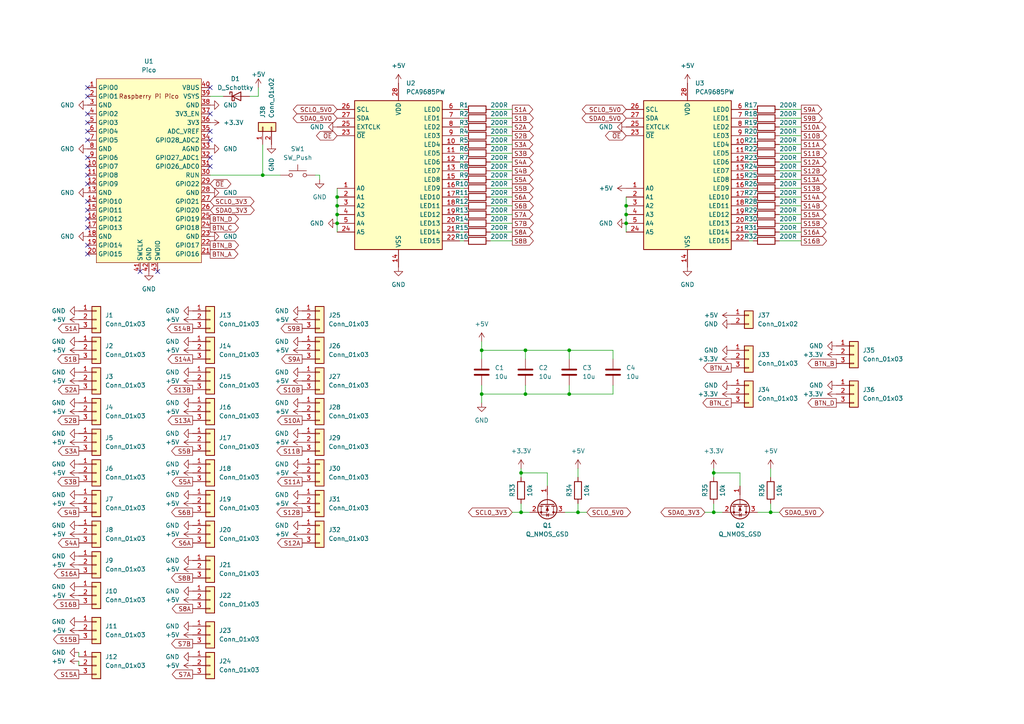
<source format=kicad_sch>
(kicad_sch (version 20250114) (generator "eeschema") (generator_version "9.0")
  (paper "A4")
  (junction (at 139.7 101.6))
  (junction (at 97.79 59.69))
  (junction (at 165.1 114.3))
  (junction (at 152.4 101.6))
  (junction (at 97.79 57.15))
  (junction (at 165.1 101.6))
  (junction (at 167.64 148.59))
  (junction (at 76.2 50.8))
  (junction (at 181.61 64.77))
  (junction (at 207.01 137.16))
  (junction (at 207.01 148.59))
  (junction (at 151.13 148.59))
  (junction (at 223.52 148.59))
  (junction (at 97.79 64.77))
  (junction (at 151.13 137.16))
  (junction (at 97.79 62.23))
  (junction (at 139.7 114.3))
  (junction (at 181.61 59.69))
  (junction (at 152.4 114.3))
  (junction (at 181.61 62.23))
  (no_connect (at 25.4 66.04))
  (no_connect (at 60.96 33.02))
  (no_connect (at 60.96 40.64))
  (no_connect (at 25.4 71.12))
  (no_connect (at 25.4 25.4))
  (no_connect (at 25.4 53.34))
  (no_connect (at 25.4 73.66))
  (no_connect (at 25.4 60.96))
  (no_connect (at 60.96 25.4))
  (no_connect (at 25.4 50.8))
  (no_connect (at 60.96 38.1))
  (no_connect (at 25.4 33.02))
  (no_connect (at 60.96 45.72))
  (no_connect (at 25.4 40.64))
  (no_connect (at 25.4 48.26))
  (no_connect (at 25.4 45.72))
  (no_connect (at 25.4 58.42))
  (no_connect (at 45.72 78.74))
  (no_connect (at 25.4 27.94))
  (no_connect (at 25.4 35.56))
  (no_connect (at 25.4 38.1))
  (no_connect (at 40.64 78.74))
  (no_connect (at 60.96 48.26))
  (no_connect (at 25.4 63.5))
  (wire (pts (xy 22.86 189.23) (xy 22.86 190.5)))
  (wire (pts (xy 218.44 44.45) (xy 217.17 44.45)))
  (wire (pts (xy 97.79 57.15) (xy 97.79 59.69)))
  (wire (pts (xy 232.41 39.37) (xy 226.06 39.37)))
  (wire (pts (xy 232.41 67.31) (xy 226.06 67.31)))
  (wire (pts (xy 92.71 50.8) (xy 91.44 50.8)))
  (wire (pts (xy 139.7 99.06) (xy 139.7 101.6)))
  (wire (pts (xy 152.4 101.6) (xy 139.7 101.6)))
  (wire (pts (xy 60.96 50.8) (xy 76.2 50.8)))
  (wire (pts (xy 218.44 31.75) (xy 217.17 31.75)))
  (wire (pts (xy 207.01 135.89) (xy 207.01 137.16)))
  (wire (pts (xy 218.44 49.53) (xy 217.17 49.53)))
  (wire (pts (xy 218.44 67.31) (xy 217.17 67.31)))
  (wire (pts (xy 151.13 146.05) (xy 151.13 148.59)))
  (wire (pts (xy 148.59 148.59) (xy 151.13 148.59)))
  (wire (pts (xy 232.41 69.85) (xy 226.06 69.85)))
  (wire (pts (xy 148.59 49.53) (xy 142.24 49.53)))
  (wire (pts (xy 219.71 148.59) (xy 223.52 148.59)))
  (wire (pts (xy 158.75 137.16) (xy 151.13 137.16)))
  (wire (pts (xy 134.62 49.53) (xy 133.35 49.53)))
  (wire (pts (xy 151.13 148.59) (xy 153.67 148.59)))
  (wire (pts (xy 218.44 54.61) (xy 217.17 54.61)))
  (wire (pts (xy 223.52 135.89) (xy 223.52 138.43)))
  (wire (pts (xy 232.41 36.83) (xy 226.06 36.83)))
  (wire (pts (xy 139.7 101.6) (xy 139.7 104.14)))
  (wire (pts (xy 218.44 57.15) (xy 217.17 57.15)))
  (wire (pts (xy 148.59 34.29) (xy 142.24 34.29)))
  (wire (pts (xy 74.93 27.94) (xy 72.39 27.94)))
  (wire (pts (xy 139.7 116.84) (xy 139.7 114.3)))
  (wire (pts (xy 97.79 54.61) (xy 97.79 57.15)))
  (wire (pts (xy 148.59 67.31) (xy 142.24 67.31)))
  (wire (pts (xy 134.62 52.07) (xy 133.35 52.07)))
  (wire (pts (xy 204.47 148.59) (xy 207.01 148.59)))
  (wire (pts (xy 232.41 44.45) (xy 226.06 44.45)))
  (wire (pts (xy 232.41 64.77) (xy 226.06 64.77)))
  (wire (pts (xy 134.62 31.75) (xy 133.35 31.75)))
  (wire (pts (xy 151.13 135.89) (xy 151.13 137.16)))
  (wire (pts (xy 218.44 36.83) (xy 217.17 36.83)))
  (wire (pts (xy 134.62 46.99) (xy 133.35 46.99)))
  (wire (pts (xy 134.62 54.61) (xy 133.35 54.61)))
  (wire (pts (xy 177.8 104.14) (xy 177.8 101.6)))
  (wire (pts (xy 181.61 62.23) (xy 181.61 64.77)))
  (wire (pts (xy 97.79 59.69) (xy 97.79 62.23)))
  (wire (pts (xy 134.62 36.83) (xy 133.35 36.83)))
  (wire (pts (xy 232.41 49.53) (xy 226.06 49.53)))
  (wire (pts (xy 134.62 44.45) (xy 133.35 44.45)))
  (wire (pts (xy 152.4 111.76) (xy 152.4 114.3)))
  (wire (pts (xy 148.59 57.15) (xy 142.24 57.15)))
  (wire (pts (xy 148.59 54.61) (xy 142.24 54.61)))
  (wire (pts (xy 148.59 69.85) (xy 142.24 69.85)))
  (wire (pts (xy 207.01 137.16) (xy 207.01 138.43)))
  (wire (pts (xy 207.01 146.05) (xy 207.01 148.59)))
  (wire (pts (xy 22.86 191.77) (xy 22.86 193.04)))
  (wire (pts (xy 181.61 59.69) (xy 181.61 62.23)))
  (wire (pts (xy 232.41 34.29) (xy 226.06 34.29)))
  (wire (pts (xy 177.8 111.76) (xy 177.8 114.3)))
  (wire (pts (xy 148.59 36.83) (xy 142.24 36.83)))
  (wire (pts (xy 134.62 59.69) (xy 133.35 59.69)))
  (wire (pts (xy 148.59 31.75) (xy 142.24 31.75)))
  (wire (pts (xy 152.4 104.14) (xy 152.4 101.6)))
  (wire (pts (xy 148.59 52.07) (xy 142.24 52.07)))
  (wire (pts (xy 165.1 101.6) (xy 152.4 101.6)))
  (wire (pts (xy 134.62 41.91) (xy 133.35 41.91)))
  (wire (pts (xy 134.62 67.31) (xy 133.35 67.31)))
  (wire (pts (xy 223.52 148.59) (xy 226.06 148.59)))
  (wire (pts (xy 232.41 62.23) (xy 226.06 62.23)))
  (wire (pts (xy 76.2 50.8) (xy 81.28 50.8)))
  (wire (pts (xy 148.59 41.91) (xy 142.24 41.91)))
  (wire (pts (xy 163.83 148.59) (xy 167.64 148.59)))
  (wire (pts (xy 97.79 64.77) (xy 97.79 67.31)))
  (wire (pts (xy 232.41 41.91) (xy 226.06 41.91)))
  (wire (pts (xy 181.61 64.77) (xy 181.61 67.31)))
  (wire (pts (xy 134.62 69.85) (xy 133.35 69.85)))
  (wire (pts (xy 139.7 114.3) (xy 139.7 111.76)))
  (wire (pts (xy 134.62 57.15) (xy 133.35 57.15)))
  (wire (pts (xy 232.41 54.61) (xy 226.06 54.61)))
  (wire (pts (xy 218.44 69.85) (xy 217.17 69.85)))
  (wire (pts (xy 218.44 59.69) (xy 217.17 59.69)))
  (wire (pts (xy 223.52 146.05) (xy 223.52 148.59)))
  (wire (pts (xy 218.44 64.77) (xy 217.17 64.77)))
  (wire (pts (xy 167.64 135.89) (xy 167.64 138.43)))
  (wire (pts (xy 134.62 62.23) (xy 133.35 62.23)))
  (wire (pts (xy 92.71 50.8) (xy 92.71 52.07)))
  (wire (pts (xy 148.59 44.45) (xy 142.24 44.45)))
  (wire (pts (xy 148.59 64.77) (xy 142.24 64.77)))
  (wire (pts (xy 232.41 46.99) (xy 226.06 46.99)))
  (wire (pts (xy 76.2 41.91) (xy 76.2 50.8)))
  (wire (pts (xy 148.59 46.99) (xy 142.24 46.99)))
  (wire (pts (xy 134.62 34.29) (xy 133.35 34.29)))
  (wire (pts (xy 151.13 137.16) (xy 151.13 138.43)))
  (wire (pts (xy 134.62 64.77) (xy 133.35 64.77)))
  (wire (pts (xy 218.44 34.29) (xy 217.17 34.29)))
  (wire (pts (xy 74.93 25.4) (xy 74.93 27.94)))
  (wire (pts (xy 232.41 31.75) (xy 226.06 31.75)))
  (wire (pts (xy 148.59 39.37) (xy 142.24 39.37)))
  (wire (pts (xy 167.64 148.59) (xy 170.18 148.59)))
  (wire (pts (xy 232.41 57.15) (xy 226.06 57.15)))
  (wire (pts (xy 181.61 57.15) (xy 181.61 59.69)))
  (wire (pts (xy 167.64 146.05) (xy 167.64 148.59)))
  (wire (pts (xy 134.62 39.37) (xy 133.35 39.37)))
  (wire (pts (xy 218.44 39.37) (xy 217.17 39.37)))
  (wire (pts (xy 158.75 140.97) (xy 158.75 137.16)))
  (wire (pts (xy 232.41 59.69) (xy 226.06 59.69)))
  (wire (pts (xy 165.1 114.3) (xy 177.8 114.3)))
  (wire (pts (xy 214.63 140.97) (xy 214.63 137.16)))
  (wire (pts (xy 218.44 52.07) (xy 217.17 52.07)))
  (wire (pts (xy 148.59 59.69) (xy 142.24 59.69)))
  (wire (pts (xy 232.41 52.07) (xy 226.06 52.07)))
  (wire (pts (xy 214.63 137.16) (xy 207.01 137.16)))
  (wire (pts (xy 64.77 27.94) (xy 60.96 27.94)))
  (wire (pts (xy 218.44 41.91) (xy 217.17 41.91)))
  (wire (pts (xy 165.1 111.76) (xy 165.1 114.3)))
  (wire (pts (xy 165.1 104.14) (xy 165.1 101.6)))
  (wire (pts (xy 218.44 62.23) (xy 217.17 62.23)))
  (wire (pts (xy 218.44 46.99) (xy 217.17 46.99)))
  (wire (pts (xy 177.8 101.6) (xy 165.1 101.6)))
  (wire (pts (xy 139.7 114.3) (xy 152.4 114.3)))
  (wire (pts (xy 97.79 62.23) (xy 97.79 64.77)))
  (wire (pts (xy 207.01 148.59) (xy 209.55 148.59)))
  (wire (pts (xy 148.59 62.23) (xy 142.24 62.23)))
  (wire (pts (xy 152.4 114.3) (xy 165.1 114.3)))
  (global_label "SDA0_3V3" (shape bidirectional) (at 204.47 148.59 180) (property "Intersheetrefs" "${INTERSHEET_REFS}" (effects (hide yes))))
  (global_label "S16A" (shape output) (at 22.86 166.37 180) (property "Intersheetrefs" "${INTERSHEET_REFS}" (effects (hide yes))))
  (global_label "BTN_B" (shape output) (at 60.96 71.12 0) (property "Intersheetrefs" "${INTERSHEET_REFS}" (effects (hide yes))))
  (global_label "S4A" (shape output) (at 22.86 157.48 180) (property "Intersheetrefs" "${INTERSHEET_REFS}" (effects (hide yes))))
  (global_label "S4B" (shape output) (at 148.59 49.53 0) (property "Intersheetrefs" "${INTERSHEET_REFS}" (effects (hide yes))))
  (global_label "S2A" (shape output) (at 22.86 113.03 180) (property "Intersheetrefs" "${INTERSHEET_REFS}" (effects (hide yes))))
  (global_label "S12A" (shape output) (at 232.41 46.99 0) (property "Intersheetrefs" "${INTERSHEET_REFS}" (effects (hide yes))))
  (global_label "~{OE}" (shape bidirectional) (at 181.61 39.37 180) (property "Intersheetrefs" "${INTERSHEET_REFS}" (effects (hide yes))))
  (global_label "SDA0_3V3" (shape bidirectional) (at 60.96 60.96 0) (property "Intersheetrefs" "${INTERSHEET_REFS}" (effects (hide yes))))
  (global_label "S14A" (shape output) (at 55.88 104.14 180) (property "Intersheetrefs" "${INTERSHEET_REFS}" (effects (hide yes))))
  (global_label "S12B" (shape output) (at 232.41 49.53 0) (property "Intersheetrefs" "${INTERSHEET_REFS}" (effects (hide yes))))
  (global_label "S10B" (shape output) (at 87.63 113.03 180) (property "Intersheetrefs" "${INTERSHEET_REFS}" (effects (hide yes))))
  (global_label "SCL0_3V3" (shape bidirectional) (at 60.96 58.42 0) (property "Intersheetrefs" "${INTERSHEET_REFS}" (effects (hide yes))))
  (global_label "S8A" (shape output) (at 148.59 67.31 0) (property "Intersheetrefs" "${INTERSHEET_REFS}" (effects (hide yes))))
  (global_label "S13B" (shape output) (at 232.41 54.61 0) (property "Intersheetrefs" "${INTERSHEET_REFS}" (effects (hide yes))))
  (global_label "S5B" (shape output) (at 148.59 54.61 0) (property "Intersheetrefs" "${INTERSHEET_REFS}" (effects (hide yes))))
  (global_label "S13B" (shape output) (at 55.88 113.03 180) (property "Intersheetrefs" "${INTERSHEET_REFS}" (effects (hide yes))))
  (global_label "S9A" (shape output) (at 87.63 104.14 180) (property "Intersheetrefs" "${INTERSHEET_REFS}" (effects (hide yes))))
  (global_label "S4B" (shape output) (at 22.86 148.59 180) (property "Intersheetrefs" "${INTERSHEET_REFS}" (effects (hide yes))))
  (global_label "SCL0_5V0" (shape bidirectional) (at 181.61 31.75 180) (property "Intersheetrefs" "${INTERSHEET_REFS}" (effects (hide yes))))
  (global_label "S5A" (shape output) (at 55.88 139.7 180) (property "Intersheetrefs" "${INTERSHEET_REFS}" (effects (hide yes))))
  (global_label "S15A" (shape output) (at 22.86 195.58 180) (property "Intersheetrefs" "${INTERSHEET_REFS}" (effects (hide yes))))
  (global_label "S6B" (shape output) (at 55.88 148.59 180) (property "Intersheetrefs" "${INTERSHEET_REFS}" (effects (hide yes))))
  (global_label "S10A" (shape output) (at 232.41 36.83 0) (property "Intersheetrefs" "${INTERSHEET_REFS}" (effects (hide yes))))
  (global_label "S6A" (shape output) (at 55.88 157.48 180) (property "Intersheetrefs" "${INTERSHEET_REFS}" (effects (hide yes))))
  (global_label "BTN_D" (shape output) (at 60.96 63.5 0) (property "Intersheetrefs" "${INTERSHEET_REFS}" (effects (hide yes))))
  (global_label "BTN_C" (shape output) (at 60.96 66.04 0) (property "Intersheetrefs" "${INTERSHEET_REFS}" (effects (hide yes))))
  (global_label "S16A" (shape output) (at 232.41 67.31 0) (property "Intersheetrefs" "${INTERSHEET_REFS}" (effects (hide yes))))
  (global_label "SDA0_5V0" (shape bidirectional) (at 97.79 34.29 180) (property "Intersheetrefs" "${INTERSHEET_REFS}" (effects (hide yes))))
  (global_label "S3A" (shape output) (at 22.86 130.81 180) (property "Intersheetrefs" "${INTERSHEET_REFS}" (effects (hide yes))))
  (global_label "S7B" (shape output) (at 55.88 186.69 180) (property "Intersheetrefs" "${INTERSHEET_REFS}" (effects (hide yes))))
  (global_label "SCL0_3V3" (shape bidirectional) (at 148.59 148.59 180) (property "Intersheetrefs" "${INTERSHEET_REFS}" (effects (hide yes))))
  (global_label "S2B" (shape output) (at 22.86 121.92 180) (property "Intersheetrefs" "${INTERSHEET_REFS}" (effects (hide yes))))
  (global_label "S7A" (shape output) (at 148.59 62.23 0) (property "Intersheetrefs" "${INTERSHEET_REFS}" (effects (hide yes))))
  (global_label "S10B" (shape output) (at 232.41 39.37 0) (property "Intersheetrefs" "${INTERSHEET_REFS}" (effects (hide yes))))
  (global_label "S8B" (shape output) (at 55.88 167.64 180) (property "Intersheetrefs" "${INTERSHEET_REFS}" (effects (hide yes))))
  (global_label "S3A" (shape output) (at 148.59 41.91 0) (property "Intersheetrefs" "${INTERSHEET_REFS}" (effects (hide yes))))
  (global_label "S11B" (shape output) (at 232.41 44.45 0) (property "Intersheetrefs" "${INTERSHEET_REFS}" (effects (hide yes))))
  (global_label "S8A" (shape output) (at 55.88 176.53 180) (property "Intersheetrefs" "${INTERSHEET_REFS}" (effects (hide yes))))
  (global_label "S4A" (shape output) (at 148.59 46.99 0) (property "Intersheetrefs" "${INTERSHEET_REFS}" (effects (hide yes))))
  (global_label "BTN_A" (shape output) (at 212.09 106.68 180) (property "Intersheetrefs" "${INTERSHEET_REFS}" (effects (hide yes))))
  (global_label "S16B" (shape output) (at 232.41 69.85 0) (property "Intersheetrefs" "${INTERSHEET_REFS}" (effects (hide yes))))
  (global_label "S14B" (shape output) (at 55.88 95.25 180) (property "Intersheetrefs" "${INTERSHEET_REFS}" (effects (hide yes))))
  (global_label "~{OE}" (shape bidirectional) (at 60.96 53.34 0) (property "Intersheetrefs" "${INTERSHEET_REFS}" (effects (hide yes))))
  (global_label "BTN_D" (shape output) (at 242.57 116.84 180) (property "Intersheetrefs" "${INTERSHEET_REFS}" (effects (hide yes))))
  (global_label "S16B" (shape output) (at 22.86 175.26 180) (property "Intersheetrefs" "${INTERSHEET_REFS}" (effects (hide yes))))
  (global_label "S6B" (shape output) (at 148.59 59.69 0) (property "Intersheetrefs" "${INTERSHEET_REFS}" (effects (hide yes))))
  (global_label "S11A" (shape output) (at 87.63 139.7 180) (property "Intersheetrefs" "${INTERSHEET_REFS}" (effects (hide yes))))
  (global_label "S13A" (shape output) (at 232.41 52.07 0) (property "Intersheetrefs" "${INTERSHEET_REFS}" (effects (hide yes))))
  (global_label "S12B" (shape output) (at 87.63 148.59 180) (property "Intersheetrefs" "${INTERSHEET_REFS}" (effects (hide yes))))
  (global_label "S2A" (shape output) (at 148.59 36.83 0) (property "Intersheetrefs" "${INTERSHEET_REFS}" (effects (hide yes))))
  (global_label "SCL0_5V0" (shape bidirectional) (at 170.18 148.59 0) (property "Intersheetrefs" "${INTERSHEET_REFS}" (effects (hide yes))))
  (global_label "S3B" (shape output) (at 148.59 44.45 0) (property "Intersheetrefs" "${INTERSHEET_REFS}" (effects (hide yes))))
  (global_label "S12A" (shape output) (at 87.63 157.48 180) (property "Intersheetrefs" "${INTERSHEET_REFS}" (effects (hide yes))))
  (global_label "S7A" (shape output) (at 55.88 195.58 180) (property "Intersheetrefs" "${INTERSHEET_REFS}" (effects (hide yes))))
  (global_label "S10A" (shape output) (at 87.63 121.92 180) (property "Intersheetrefs" "${INTERSHEET_REFS}" (effects (hide yes))))
  (global_label "S9B" (shape output) (at 232.41 34.29 0) (property "Intersheetrefs" "${INTERSHEET_REFS}" (effects (hide yes))))
  (global_label "S5A" (shape output) (at 148.59 52.07 0) (property "Intersheetrefs" "${INTERSHEET_REFS}" (effects (hide yes))))
  (global_label "S1B" (shape output) (at 22.86 104.14 180) (property "Intersheetrefs" "${INTERSHEET_REFS}" (effects (hide yes))))
  (global_label "S9B" (shape output) (at 87.63 95.25 180) (property "Intersheetrefs" "${INTERSHEET_REFS}" (effects (hide yes))))
  (global_label "S5B" (shape output) (at 55.88 130.81 180) (property "Intersheetrefs" "${INTERSHEET_REFS}" (effects (hide yes))))
  (global_label "S3B" (shape output) (at 22.86 139.7 180) (property "Intersheetrefs" "${INTERSHEET_REFS}" (effects (hide yes))))
  (global_label "S7B" (shape output) (at 148.59 64.77 0) (property "Intersheetrefs" "${INTERSHEET_REFS}" (effects (hide yes))))
  (global_label "S11A" (shape output) (at 232.41 41.91 0) (property "Intersheetrefs" "${INTERSHEET_REFS}" (effects (hide yes))))
  (global_label "S1A" (shape output) (at 22.86 95.25 180) (property "Intersheetrefs" "${INTERSHEET_REFS}" (effects (hide yes))))
  (global_label "S1A" (shape output) (at 148.59 31.75 0) (property "Intersheetrefs" "${INTERSHEET_REFS}" (effects (hide yes))))
  (global_label "BTN_B" (shape output) (at 242.57 105.41 180) (property "Intersheetrefs" "${INTERSHEET_REFS}" (effects (hide yes))))
  (global_label "BTN_C" (shape output) (at 212.09 116.84 180) (property "Intersheetrefs" "${INTERSHEET_REFS}" (effects (hide yes))))
  (global_label "S14A" (shape output) (at 232.41 57.15 0) (property "Intersheetrefs" "${INTERSHEET_REFS}" (effects (hide yes))))
  (global_label "S8B" (shape output) (at 148.59 69.85 0) (property "Intersheetrefs" "${INTERSHEET_REFS}" (effects (hide yes))))
  (global_label "S14B" (shape output) (at 232.41 59.69 0) (property "Intersheetrefs" "${INTERSHEET_REFS}" (effects (hide yes))))
  (global_label "S15B" (shape output) (at 22.86 185.42 180) (property "Intersheetrefs" "${INTERSHEET_REFS}" (effects (hide yes))))
  (global_label "SDA0_5V0" (shape bidirectional) (at 226.06 148.59 0) (property "Intersheetrefs" "${INTERSHEET_REFS}" (effects (hide yes))))
  (global_label "SDA0_5V0" (shape bidirectional) (at 181.61 34.29 180) (property "Intersheetrefs" "${INTERSHEET_REFS}" (effects (hide yes))))
  (global_label "S9A" (shape output) (at 232.41 31.75 0) (property "Intersheetrefs" "${INTERSHEET_REFS}" (effects (hide yes))))
  (global_label "S2B" (shape output) (at 148.59 39.37 0) (property "Intersheetrefs" "${INTERSHEET_REFS}" (effects (hide yes))))
  (global_label "SCL0_5V0" (shape bidirectional) (at 97.79 31.75 180) (property "Intersheetrefs" "${INTERSHEET_REFS}" (effects (hide yes))))
  (global_label "~{OE}" (shape bidirectional) (at 97.79 39.37 180) (property "Intersheetrefs" "${INTERSHEET_REFS}" (effects (hide yes))))
  (global_label "BTN_A" (shape output) (at 60.96 73.66 0) (property "Intersheetrefs" "${INTERSHEET_REFS}" (effects (hide yes))))
  (global_label "S1B" (shape output) (at 148.59 34.29 0) (property "Intersheetrefs" "${INTERSHEET_REFS}" (effects (hide yes))))
  (global_label "S13A" (shape output) (at 55.88 121.92 180) (property "Intersheetrefs" "${INTERSHEET_REFS}" (effects (hide yes))))
  (global_label "S15A" (shape output) (at 232.41 62.23 0) (property "Intersheetrefs" "${INTERSHEET_REFS}" (effects (hide yes))))
  (global_label "S6A" (shape output) (at 148.59 57.15 0) (property "Intersheetrefs" "${INTERSHEET_REFS}" (effects (hide yes))))
  (global_label "S11B" (shape output) (at 87.63 130.81 180) (property "Intersheetrefs" "${INTERSHEET_REFS}" (effects (hide yes))))
  (global_label "S15B" (shape output) (at 232.41 64.77 0) (property "Intersheetrefs" "${INTERSHEET_REFS}" (effects (hide yes))))
  (symbol (lib_id "Connector_Generic:Conn_01x03") (at 92.71 101.6 0) (unit 1)
    (property "Reference" "J26" (at 95.25 100.33 0) (effects (justify left)))
    (property "Value" "Conn_01x03" (at 95.25 102.87 0) (effects (justify left)))
    (property "Footprint" "Connector_PinHeader_2.54mm:PinHeader_1x03_P2.54mm_Vertical" (effects (hide yes)))
  )
  (symbol (lib_id "Device:R") (at 138.43 41.91 90) (unit 1)
    (property "Reference" "R5" (at 135.89 40.64 90) (effects (justify left)))
    (property "Value" "200R" (at 144.78 40.64 90))
    (property "Footprint" "Resistor_SMD:R_0603_1608Metric" (effects (hide yes)))
  )
  (symbol (lib_id "power:GND") (at 115.57 77.47 0) (unit 1)
    (property "Reference" "#PWR018" (effects (hide yes)))
    (property "Value" "GND" (at 115.57 82.55 0))
  )
  (symbol (lib_id "power:GND") (at 242.57 111.76 270) (unit 1)
    (property "Reference" "#PWR097" (effects (hide yes)))
    (property "Value" "GND" (at 238.76 111.76 90) (effects (justify right)))
  )
  (symbol (lib_id "Connector_Generic:Conn_01x03") (at 92.71 137.16 0) (unit 1)
    (property "Reference" "J30" (at 95.25 135.89 0) (effects (justify left)))
    (property "Value" "Conn_01x03" (at 95.25 138.43 0) (effects (justify left)))
    (property "Footprint" "Connector_PinHeader_2.54mm:PinHeader_1x03_P2.54mm_Vertical" (effects (hide yes)))
  )
  (symbol (lib_id "Device:R") (at 138.43 64.77 90) (unit 1)
    (property "Reference" "R14" (at 135.89 63.5 90) (effects (justify left)))
    (property "Value" "200R" (at 144.78 63.5 90))
    (property "Footprint" "Resistor_SMD:R_0603_1608Metric" (effects (hide yes)))
  )
  (symbol (lib_id "power:GND") (at 55.88 116.84 270) (unit 1)
    (property "Reference" "#PWR050" (effects (hide yes)))
    (property "Value" "GND" (at 52.07 116.84 90) (effects (justify right)))
  )
  (symbol (lib_id "power:GND") (at 22.86 143.51 270) (unit 1)
    (property "Reference" "#PWR032" (effects (hide yes)))
    (property "Value" "GND" (at 19.05 143.51 90) (effects (justify right)))
  )
  (symbol (lib_id "power:+5V") (at 22.86 128.27 90) (unit 1)
    (property "Reference" "#PWR029" (effects (hide yes)))
    (property "Value" "+5V" (at 19.05 128.27 90) (effects (justify left)))
  )
  (symbol (lib_id "power:GND") (at 22.86 134.62 270) (unit 1)
    (property "Reference" "#PWR030" (effects (hide yes)))
    (property "Value" "GND" (at 19.05 134.62 90) (effects (justify right)))
  )
  (symbol (lib_id "power:GND") (at 55.88 107.95 270) (unit 1)
    (property "Reference" "#PWR048" (effects (hide yes)))
    (property "Value" "GND" (at 52.07 107.95 90) (effects (justify right)))
  )
  (symbol (lib_id "power:+5V") (at 87.63 101.6 90) (unit 1)
    (property "Reference" "#PWR071" (effects (hide yes)))
    (property "Value" "+5V" (at 83.82 101.6 90) (effects (justify left)))
  )
  (symbol (lib_id "Device:R") (at 138.43 52.07 90) (unit 1)
    (property "Reference" "R9" (at 135.89 50.8 90) (effects (justify left)))
    (property "Value" "200R" (at 144.78 50.8 90))
    (property "Footprint" "Resistor_SMD:R_0603_1608Metric" (effects (hide yes)))
  )
  (symbol (lib_id "Device:C") (at 165.1 107.95 0) (unit 1)
    (property "Reference" "C3" (at 168.91 106.68 0) (effects (justify left)))
    (property "Value" "10u" (at 168.91 109.22 0) (effects (justify left)))
    (property "Footprint" "Capacitor_SMD:C_0603_1608Metric" (effects (hide yes)))
  )
  (symbol (lib_id "power:+5V") (at 55.88 146.05 90) (unit 1)
    (property "Reference" "#PWR057" (effects (hide yes)))
    (property "Value" "+5V" (at 52.07 146.05 90) (effects (justify left)))
  )
  (symbol (lib_id "Device:R") (at 138.43 54.61 90) (unit 1)
    (property "Reference" "R10" (at 135.89 53.34 90) (effects (justify left)))
    (property "Value" "200R" (at 144.78 53.34 90))
    (property "Footprint" "Resistor_SMD:R_0603_1608Metric" (effects (hide yes)))
  )
  (symbol (lib_id "power:GND") (at 25.4 55.88 270) (unit 1)
    (property "Reference" "#PWR03" (effects (hide yes)))
    (property "Value" "GND" (at 21.59 55.88 90) (effects (justify right)))
  )
  (symbol (lib_id "Device:R") (at 222.25 49.53 90) (unit 1)
    (property "Reference" "R24" (at 219.71 48.26 90) (effects (justify left)))
    (property "Value" "200R" (at 228.6 48.26 90))
    (property "Footprint" "Resistor_SMD:R_0603_1608Metric" (effects (hide yes)))
  )
  (symbol (lib_id "power:+3.3V") (at 212.09 114.3 90) (unit 1)
    (property "Reference" "#PWR094" (effects (hide yes)))
    (property "Value" "+3.3V" (at 208.28 114.3 90) (effects (justify left)))
  )
  (symbol (lib_id "Device:R") (at 222.25 31.75 90) (unit 1)
    (property "Reference" "R17" (at 219.71 30.48 90) (effects (justify left)))
    (property "Value" "200R" (at 228.6 30.48 90))
    (property "Footprint" "Resistor_SMD:R_0603_1608Metric" (effects (hide yes)))
  )
  (symbol (lib_id "power:+5V") (at 87.63 137.16 90) (unit 1)
    (property "Reference" "#PWR079" (effects (hide yes)))
    (property "Value" "+5V" (at 83.82 137.16 90) (effects (justify left)))
  )
  (symbol (lib_id "power:GND") (at 60.96 55.88 90) (unit 1)
    (property "Reference" "#PWR09" (effects (hide yes)))
    (property "Value" "GND" (at 64.77 55.88 90) (effects (justify right)))
  )
  (symbol (lib_id "Device:R") (at 222.25 36.83 90) (unit 1)
    (property "Reference" "R19" (at 219.71 35.56 90) (effects (justify left)))
    (property "Value" "200R" (at 228.6 35.56 90))
    (property "Footprint" "Resistor_SMD:R_0603_1608Metric" (effects (hide yes)))
  )
  (symbol (lib_id "Connector_Generic:Conn_01x03") (at 60.96 146.05 0) (unit 1)
    (property "Reference" "J19" (at 63.5 144.78 0) (effects (justify left)))
    (property "Value" "Conn_01x03" (at 63.5 147.32 0) (effects (justify left)))
    (property "Footprint" "Connector_PinHeader_2.54mm:PinHeader_1x03_P2.54mm_Vertical" (effects (hide yes)))
  )
  (symbol (lib_id "Device:R") (at 207.01 142.24 180) (unit 1)
    (property "Reference" "R35" (at 204.47 142.24 90))
    (property "Value" "10k" (at 209.55 142.24 90))
    (property "Footprint" "Resistor_SMD:R_0603_1608Metric" (effects (hide yes)))
  )
  (symbol (lib_id "power:GND") (at 87.63 134.62 270) (unit 1)
    (property "Reference" "#PWR078" (effects (hide yes)))
    (property "Value" "GND" (at 83.82 134.62 90) (effects (justify right)))
  )
  (symbol (lib_id "power:+5V") (at 55.88 193.04 90) (unit 1)
    (property "Reference" "#PWR067" (effects (hide yes)))
    (property "Value" "+5V" (at 52.07 193.04 90) (effects (justify left)))
  )
  (symbol (lib_id "Connector_Generic:Conn_01x03") (at 27.94 146.05 0) (unit 1)
    (property "Reference" "J7" (at 30.48 144.78 0) (effects (justify left)))
    (property "Value" "Conn_01x03" (at 30.48 147.32 0) (effects (justify left)))
    (property "Footprint" "Connector_PinHeader_2.54mm:PinHeader_1x03_P2.54mm_Vertical" (effects (hide yes)))
  )
  (symbol (lib_id "Connector_Generic:Conn_01x03") (at 27.94 110.49 0) (unit 1)
    (property "Reference" "J3" (at 30.48 109.22 0) (effects (justify left)))
    (property "Value" "Conn_01x03" (at 30.48 111.76 0) (effects (justify left)))
    (property "Footprint" "Connector_PinHeader_2.54mm:PinHeader_1x03_P2.54mm_Vertical" (effects (hide yes)))
  )
  (symbol (lib_id "power:GND") (at 78.74 41.91 0) (unit 1)
    (property "Reference" "#PWR0102" (effects (hide yes)))
    (property "Value" "GND" (at 78.74 45.72 90) (effects (justify right)))
  )
  (symbol (lib_id "Connector_Generic:Conn_01x03") (at 60.96 184.15 0) (unit 1)
    (property "Reference" "J23" (at 63.5 182.88 0) (effects (justify left)))
    (property "Value" "Conn_01x03" (at 63.5 185.42 0) (effects (justify left)))
    (property "Footprint" "Connector_PinHeader_2.54mm:PinHeader_1x03_P2.54mm_Vertical" (effects (hide yes)))
  )
  (symbol (lib_id "power:+5V") (at 87.63 119.38 90) (unit 1)
    (property "Reference" "#PWR075" (effects (hide yes)))
    (property "Value" "+5V" (at 83.82 119.38 90) (effects (justify left)))
  )
  (symbol (lib_id "power:GND") (at 25.4 43.18 270) (unit 1)
    (property "Reference" "#PWR02" (effects (hide yes)))
    (property "Value" "GND" (at 21.59 43.18 90) (effects (justify right)))
  )
  (symbol (lib_id "power:+3.3V") (at 242.57 102.87 90) (unit 1)
    (property "Reference" "#PWR096" (effects (hide yes)))
    (property "Value" "+3.3V" (at 238.76 102.87 90) (effects (justify left)))
  )
  (symbol (lib_id "Connector_Generic:Conn_01x03") (at 60.96 119.38 0) (unit 1)
    (property "Reference" "J16" (at 63.5 118.11 0) (effects (justify left)))
    (property "Value" "Conn_01x03" (at 63.5 120.65 0) (effects (justify left)))
    (property "Footprint" "Connector_PinHeader_2.54mm:PinHeader_1x03_P2.54mm_Vertical" (effects (hide yes)))
  )
  (symbol (lib_id "Device:R") (at 138.43 69.85 90) (unit 1)
    (property "Reference" "R16" (at 135.89 68.58 90) (effects (justify left)))
    (property "Value" "200R" (at 144.78 68.58 90))
    (property "Footprint" "Resistor_SMD:R_0603_1608Metric" (effects (hide yes)))
  )
  (symbol (lib_id "Device:R") (at 138.43 46.99 90) (unit 1)
    (property "Reference" "R7" (at 135.89 45.72 90) (effects (justify left)))
    (property "Value" "200R" (at 144.78 45.72 90))
    (property "Footprint" "Resistor_SMD:R_0603_1608Metric" (effects (hide yes)))
  )
  (symbol (lib_id "Device:Q_NMOS_GSD") (at 158.75 146.05 270) (unit 1)
    (property "Reference" "Q1" (at 158.75 152.4 90))
    (property "Value" "Q_NMOS_GSD" (at 158.75 154.94 90))
    (property "Footprint" "Package_TO_SOT_SMD:SOT-23-3" (effects (hide yes)))
  )
  (symbol (lib_id "Device:R") (at 138.43 44.45 90) (unit 1)
    (property "Reference" "R6" (at 135.89 43.18 90) (effects (justify left)))
    (property "Value" "200R" (at 144.78 43.18 90))
    (property "Footprint" "Resistor_SMD:R_0603_1608Metric" (effects (hide yes)))
  )
  (symbol (lib_id "power:GND") (at 60.96 68.58 90) (unit 1)
    (property "Reference" "#PWR010" (effects (hide yes)))
    (property "Value" "GND" (at 64.77 68.58 90) (effects (justify right)))
  )
  (symbol (lib_id "Device:R") (at 222.25 46.99 90) (unit 1)
    (property "Reference" "R23" (at 219.71 45.72 90) (effects (justify left)))
    (property "Value" "200R" (at 228.6 45.72 90))
    (property "Footprint" "Resistor_SMD:R_0603_1608Metric" (effects (hide yes)))
  )
  (symbol (lib_id "Driver_LED:PCA9685PW") (at 115.57 49.53 0) (unit 1)
    (property "Reference" "U2" (at 117.7641 24.13 0) (effects (justify left)))
    (property "Value" "PCA9685PW" (at 117.7641 26.67 0) (effects (justify left)))
    (property "Footprint" "Package_SO:TSSOP-28_4.4x9.7mm_P0.65mm" (effects (hide yes)))
    (property "Datasheet" "http://www.nxp.com/docs/en/data-sheet/PCA9685.pdf" (effects (hide yes)))
  )
  (symbol (lib_id "power:+3.3V") (at 242.57 114.3 90) (unit 1)
    (property "Reference" "#PWR098" (effects (hide yes)))
    (property "Value" "+3.3V" (at 238.76 114.3 90) (effects (justify left)))
  )
  (symbol (lib_id "Connector_Generic:Conn_01x03") (at 92.71 128.27 0) (unit 1)
    (property "Reference" "J29" (at 95.25 127 0) (effects (justify left)))
    (property "Value" "Conn_01x03" (at 95.25 129.54 0) (effects (justify left)))
    (property "Footprint" "Connector_PinHeader_2.54mm:PinHeader_1x03_P2.54mm_Vertical" (effects (hide yes)))
  )
  (symbol (lib_id "Device:R") (at 151.13 142.24 180) (unit 1)
    (property "Reference" "R33" (at 148.59 142.24 90))
    (property "Value" "10k" (at 153.67 142.24 90))
    (property "Footprint" "Resistor_SMD:R_0603_1608Metric" (effects (hide yes)))
  )
  (symbol (lib_id "power:+5V") (at 55.88 154.94 90) (unit 1)
    (property "Reference" "#PWR059" (effects (hide yes)))
    (property "Value" "+5V" (at 52.07 154.94 90) (effects (justify left)))
  )
  (symbol (lib_id "power:+5V") (at 199.39 24.13 0) (unit 1)
    (property "Reference" "#PWR022" (effects (hide yes)))
    (property "Value" "+5V" (at 199.39 19.05 0))
  )
  (symbol (lib_id "power:+5V") (at 87.63 128.27 90) (unit 1)
    (property "Reference" "#PWR077" (effects (hide yes)))
    (property "Value" "+5V" (at 83.82 128.27 90) (effects (justify left)))
  )
  (symbol (lib_id "power:+5V") (at 87.63 110.49 90) (unit 1)
    (property "Reference" "#PWR073" (effects (hide yes)))
    (property "Value" "+5V" (at 83.82 110.49 90) (effects (justify left)))
  )
  (symbol (lib_id "power:+5V") (at 139.7 99.06 0) (unit 1)
    (property "Reference" "#PWR085" (effects (hide yes)))
    (property "Value" "+5V" (at 139.7 93.98 0))
  )
  (symbol (lib_id "Device:R") (at 138.43 67.31 90) (unit 1)
    (property "Reference" "R15" (at 135.89 66.04 90) (effects (justify left)))
    (property "Value" "200R" (at 144.78 66.04 90))
    (property "Footprint" "Resistor_SMD:R_0603_1608Metric" (effects (hide yes)))
  )
  (symbol (lib_id "Connector_Generic:Conn_01x02") (at 76.2 36.83 90) (unit 1)
    (property "Reference" "J38" (at 76.2 34.29 0) (effects (justify left)))
    (property "Value" "Conn_01x02" (at 78.74 34.29 0) (effects (justify left)))
    (property "Footprint" "Connector_PinHeader_2.54mm:PinHeader_1x02_P2.54mm_Vertical" (effects (hide yes)))
  )
  (symbol (lib_id "power:GND") (at 55.88 143.51 270) (unit 1)
    (property "Reference" "#PWR056" (effects (hide yes)))
    (property "Value" "GND" (at 52.07 143.51 90) (effects (justify right)))
  )
  (symbol (lib_id "power:GND") (at 87.63 99.06 270) (unit 1)
    (property "Reference" "#PWR070" (effects (hide yes)))
    (property "Value" "GND" (at 83.82 99.06 90) (effects (justify right)))
  )
  (symbol (lib_id "power:+5V") (at 167.64 135.89 0) (unit 1)
    (property "Reference" "#PWR087" (effects (hide yes)))
    (property "Value" "+5V" (at 167.64 130.81 0))
  )
  (symbol (lib_id "Connector_Generic:Conn_01x03") (at 27.94 101.6 0) (unit 1)
    (property "Reference" "J2" (at 30.48 100.33 0) (effects (justify left)))
    (property "Value" "Conn_01x03" (at 30.48 102.87 0) (effects (justify left)))
    (property "Footprint" "Connector_PinHeader_2.54mm:PinHeader_1x03_P2.54mm_Vertical" (effects (hide yes)))
  )
  (symbol (lib_id "power:+5V") (at 55.88 92.71 90) (unit 1)
    (property "Reference" "#PWR045" (effects (hide yes)))
    (property "Value" "+5V" (at 52.07 92.71 90) (effects (justify left)))
  )
  (symbol (lib_id "power:+3.3V") (at 151.13 135.89 0) (unit 1)
    (property "Reference" "#PWR086" (effects (hide yes)))
    (property "Value" "+3.3V" (at 151.13 130.81 0))
  )
  (symbol (lib_id "power:+5V") (at 22.86 101.6 90) (unit 1)
    (property "Reference" "#PWR014" (effects (hide yes)))
    (property "Value" "+5V" (at 19.05 101.6 90) (effects (justify left)))
  )
  (symbol (lib_id "power:GND") (at 212.09 101.6 270) (unit 1)
    (property "Reference" "#PWR0101" (effects (hide yes)))
    (property "Value" "GND" (at 208.28 101.6 90) (effects (justify right)))
  )
  (symbol (lib_id "Connector_Generic:Conn_01x03") (at 60.96 101.6 0) (unit 1)
    (property "Reference" "J14" (at 63.5 100.33 0) (effects (justify left)))
    (property "Value" "Conn_01x03" (at 63.5 102.87 0) (effects (justify left)))
    (property "Footprint" "Connector_PinHeader_2.54mm:PinHeader_1x03_P2.54mm_Vertical" (effects (hide yes)))
  )
  (symbol (lib_id "power:+5V") (at 223.52 135.89 0) (unit 1)
    (property "Reference" "#PWR090" (effects (hide yes)))
    (property "Value" "+5V" (at 223.52 130.81 0))
  )
  (symbol (lib_id "Device:R") (at 222.25 67.31 90) (unit 1)
    (property "Reference" "R31" (at 219.71 66.04 90) (effects (justify left)))
    (property "Value" "200R" (at 228.6 66.04 90))
    (property "Footprint" "Resistor_SMD:R_0603_1608Metric" (effects (hide yes)))
  )
  (symbol (lib_id "power:GND") (at 60.96 30.48 90) (unit 1)
    (property "Reference" "#PWR07" (effects (hide yes)))
    (property "Value" "GND" (at 64.77 30.48 90) (effects (justify right)))
  )
  (symbol (lib_id "power:GND") (at 22.86 152.4 270) (unit 1)
    (property "Reference" "#PWR034" (effects (hide yes)))
    (property "Value" "GND" (at 19.05 152.4 90) (effects (justify right)))
  )
  (symbol (lib_id "Connector_Generic:Conn_01x03") (at 27.94 119.38 0) (unit 1)
    (property "Reference" "J4" (at 30.48 118.11 0) (effects (justify left)))
    (property "Value" "Conn_01x03" (at 30.48 120.65 0) (effects (justify left)))
    (property "Footprint" "Connector_PinHeader_2.54mm:PinHeader_1x03_P2.54mm_Vertical" (effects (hide yes)))
  )
  (symbol (lib_id "power:+5V") (at 22.86 182.88 90) (unit 1)
    (property "Reference" "#PWR041" (effects (hide yes)))
    (property "Value" "+5V" (at 19.05 182.88 90) (effects (justify left)))
  )
  (symbol (lib_id "power:GND") (at 43.18 78.74 0) (unit 1)
    (property "Reference" "#PWR05" (effects (hide yes)))
    (property "Value" "GND" (at 43.18 83.82 0))
  )
  (symbol (lib_id "power:+5V") (at 22.86 191.77 90) (unit 1)
    (property "Reference" "#PWR043" (effects (hide yes)))
    (property "Value" "+5V" (at 19.05 191.77 90) (effects (justify left)))
  )
  (symbol (lib_id "power:+5V") (at 55.88 184.15 90) (unit 1)
    (property "Reference" "#PWR065" (effects (hide yes)))
    (property "Value" "+5V" (at 52.07 184.15 90) (effects (justify left)))
  )
  (symbol (lib_id "Device:R") (at 222.25 62.23 90) (unit 1)
    (property "Reference" "R29" (at 219.71 60.96 90) (effects (justify left)))
    (property "Value" "200R" (at 228.6 60.96 90))
    (property "Footprint" "Resistor_SMD:R_0603_1608Metric" (effects (hide yes)))
  )
  (symbol (lib_id "power:+5V") (at 181.61 54.61 90) (unit 1)
    (property "Reference" "#PWR020" (effects (hide yes)))
    (property "Value" "+5V" (at 177.8 54.61 90) (effects (justify left)))
  )
  (symbol (lib_id "Device:C") (at 177.8 107.95 0) (unit 1)
    (property "Reference" "C4" (at 181.61 106.68 0) (effects (justify left)))
    (property "Value" "10u" (at 181.61 109.22 0) (effects (justify left)))
    (property "Footprint" "Capacitor_SMD:C_0603_1608Metric" (effects (hide yes)))
  )
  (symbol (lib_id "power:GND") (at 22.86 180.34 270) (unit 1)
    (property "Reference" "#PWR040" (effects (hide yes)))
    (property "Value" "GND" (at 19.05 180.34 90) (effects (justify right)))
  )
  (symbol (lib_id "power:GND") (at 55.88 181.61 270) (unit 1)
    (property "Reference" "#PWR064" (effects (hide yes)))
    (property "Value" "GND" (at 52.07 181.61 90) (effects (justify right)))
  )
  (symbol (lib_id "power:+5V") (at 55.88 101.6 90) (unit 1)
    (property "Reference" "#PWR047" (effects (hide yes)))
    (property "Value" "+5V" (at 52.07 101.6 90) (effects (justify left)))
  )
  (symbol (lib_id "power:GND") (at 25.4 30.48 270) (unit 1)
    (property "Reference" "#PWR01" (effects (hide yes)))
    (property "Value" "GND" (at 21.59 30.48 90) (effects (justify right)))
  )
  (symbol (lib_id "Device:D_Schottky") (at 68.58 27.94 0) (unit 1)
    (property "Reference" "D1" (at 68.2625 22.86 0))
    (property "Value" "D_Schottky" (at 68.2625 25.4 0))
    (property "Footprint" "Diode_SMD:D_SOD-323_HandSoldering" (effects (hide yes)))
  )
  (symbol (lib_id "Device:R") (at 138.43 49.53 90) (unit 1)
    (property "Reference" "R8" (at 135.89 48.26 90) (effects (justify left)))
    (property "Value" "200R" (at 144.78 48.26 90))
    (property "Footprint" "Resistor_SMD:R_0603_1608Metric" (effects (hide yes)))
  )
  (symbol (lib_id "Device:C") (at 152.4 107.95 0) (unit 1)
    (property "Reference" "C2" (at 156.21 106.68 0) (effects (justify left)))
    (property "Value" "10u" (at 156.21 109.22 0) (effects (justify left)))
    (property "Footprint" "Capacitor_SMD:C_0603_1608Metric" (effects (hide yes)))
  )
  (symbol (lib_id "power:+5V") (at 22.86 163.83 90) (unit 1)
    (property "Reference" "#PWR037" (effects (hide yes)))
    (property "Value" "+5V" (at 19.05 163.83 90) (effects (justify left)))
  )
  (symbol (lib_id "Connector_Generic:Conn_01x03") (at 247.65 102.87 0) (unit 1)
    (property "Reference" "J35" (at 250.19 101.6 0) (effects (justify left)))
    (property "Value" "Conn_01x03" (at 250.19 104.14 0) (effects (justify left)))
    (property "Footprint" "Connector_PinHeader_2.54mm:PinHeader_1x03_P2.54mm_Vertical" (effects (hide yes)))
  )
  (symbol (lib_id "power:+5V") (at 115.57 24.13 0) (unit 1)
    (property "Reference" "#PWR017" (effects (hide yes)))
    (property "Value" "+5V" (at 115.57 19.05 0))
  )
  (symbol (lib_id "power:GND") (at 87.63 152.4 270) (unit 1)
    (property "Reference" "#PWR082" (effects (hide yes)))
    (property "Value" "GND" (at 83.82 152.4 90) (effects (justify right)))
  )
  (symbol (lib_id "power:+5V") (at 22.86 146.05 90) (unit 1)
    (property "Reference" "#PWR033" (effects (hide yes)))
    (property "Value" "+5V" (at 19.05 146.05 90) (effects (justify left)))
  )
  (symbol (lib_id "Connector_Generic:Conn_01x03") (at 92.71 154.94 0) (unit 1)
    (property "Reference" "J32" (at 95.25 153.67 0) (effects (justify left)))
    (property "Value" "Conn_01x03" (at 95.25 156.21 0) (effects (justify left)))
    (property "Footprint" "Connector_PinHeader_2.54mm:PinHeader_1x03_P2.54mm_Vertical" (effects (hide yes)))
  )
  (symbol (lib_id "Connector_Generic:Conn_01x03") (at 60.96 165.1 0) (unit 1)
    (property "Reference" "J21" (at 63.5 163.83 0) (effects (justify left)))
    (property "Value" "Conn_01x03" (at 63.5 166.37 0) (effects (justify left)))
    (property "Footprint" "Connector_PinHeader_2.54mm:PinHeader_1x03_P2.54mm_Vertical" (effects (hide yes)))
  )
  (symbol (lib_id "Device:Q_NMOS_GSD") (at 214.63 146.05 270) (unit 1)
    (property "Reference" "Q2" (at 214.63 152.4 90))
    (property "Value" "Q_NMOS_GSD" (at 214.63 154.94 90))
    (property "Footprint" "Package_TO_SOT_SMD:SOT-23-3" (effects (hide yes)))
  )
  (symbol (lib_id "power:GND") (at 22.86 189.23 270) (unit 1)
    (property "Reference" "#PWR042" (effects (hide yes)))
    (property "Value" "GND" (at 19.05 189.23 90) (effects (justify right)))
  )
  (symbol (lib_id "power:+5V") (at 55.88 110.49 90) (unit 1)
    (property "Reference" "#PWR049" (effects (hide yes)))
    (property "Value" "+5V" (at 52.07 110.49 90) (effects (justify left)))
  )
  (symbol (lib_id "power:+5V") (at 55.88 165.1 90) (unit 1)
    (property "Reference" "#PWR061" (effects (hide yes)))
    (property "Value" "+5V" (at 52.07 165.1 90) (effects (justify left)))
  )
  (symbol (lib_id "power:GND") (at 87.63 125.73 270) (unit 1)
    (property "Reference" "#PWR076" (effects (hide yes)))
    (property "Value" "GND" (at 83.82 125.73 90) (effects (justify right)))
  )
  (symbol (lib_id "Connector_Generic:Conn_01x02") (at 217.17 91.44 0) (unit 1)
    (property "Reference" "J37" (at 219.71 91.44 0) (effects (justify left)))
    (property "Value" "Conn_01x02" (at 219.71 93.98 0) (effects (justify left)))
    (property "Footprint" "Connector_AMASS:AMASS_XT60PW-M_1x02_P7.20mm_Horizontal" (effects (hide yes)))
  )
  (symbol (lib_id "Connector_Generic:Conn_01x03") (at 60.96 193.04 0) (unit 1)
    (property "Reference" "J24" (at 63.5 191.77 0) (effects (justify left)))
    (property "Value" "Conn_01x03" (at 63.5 194.31 0) (effects (justify left)))
    (property "Footprint" "Connector_PinHeader_2.54mm:PinHeader_1x03_P2.54mm_Vertical" (effects (hide yes)))
  )
  (symbol (lib_id "power:GND") (at 242.57 100.33 270) (unit 1)
    (property "Reference" "#PWR095" (effects (hide yes)))
    (property "Value" "GND" (at 238.76 100.33 90) (effects (justify right)))
  )
  (symbol (lib_id "power:GND") (at 22.86 170.18 270) (unit 1)
    (property "Reference" "#PWR038" (effects (hide yes)))
    (property "Value" "GND" (at 19.05 170.18 90) (effects (justify right)))
  )
  (symbol (lib_id "Connector_Generic:Conn_01x03") (at 27.94 193.04 0) (unit 1)
    (property "Reference" "J12" (at 30.48 190.5 0) (effects (justify left)))
    (property "Value" "Conn_01x03" (at 30.48 193.04 0) (effects (justify left)))
    (property "Footprint" "Connector_PinHeader_2.54mm:PinHeader_1x03_P2.54mm_Vertical" (effects (hide yes)))
  )
  (symbol (lib_id "Device:R") (at 222.25 44.45 90) (unit 1)
    (property "Reference" "R22" (at 219.71 43.18 90) (effects (justify left)))
    (property "Value" "200R" (at 228.6 43.18 90))
    (property "Footprint" "Resistor_SMD:R_0603_1608Metric" (effects (hide yes)))
  )
  (symbol (lib_id "power:GND") (at 139.7 116.84 0) (unit 1)
    (property "Reference" "#PWR084" (effects (hide yes)))
    (property "Value" "GND" (at 139.7 121.92 0))
  )
  (symbol (lib_id "power:GND") (at 55.88 90.17 270) (unit 1)
    (property "Reference" "#PWR044" (effects (hide yes)))
    (property "Value" "GND" (at 52.07 90.17 90) (effects (justify right)))
  )
  (symbol (lib_id "power:+5V") (at 55.88 137.16 90) (unit 1)
    (property "Reference" "#PWR055" (effects (hide yes)))
    (property "Value" "+5V" (at 52.07 137.16 90) (effects (justify left)))
  )
  (symbol (lib_id "Device:R") (at 222.25 52.07 90) (unit 1)
    (property "Reference" "R25" (at 219.71 50.8 90) (effects (justify left)))
    (property "Value" "200R" (at 228.6 50.8 90))
    (property "Footprint" "Resistor_SMD:R_0603_1608Metric" (effects (hide yes)))
  )
  (symbol (lib_id "Connector_Generic:Conn_01x03") (at 60.96 173.99 0) (unit 1)
    (property "Reference" "J22" (at 63.5 172.72 0) (effects (justify left)))
    (property "Value" "Conn_01x03" (at 63.5 175.26 0) (effects (justify left)))
    (property "Footprint" "Connector_PinHeader_2.54mm:PinHeader_1x03_P2.54mm_Vertical" (effects (hide yes)))
  )
  (symbol (lib_id "Device:R") (at 138.43 59.69 90) (unit 1)
    (property "Reference" "R12" (at 135.89 58.42 90) (effects (justify left)))
    (property "Value" "200R" (at 144.78 58.42 90))
    (property "Footprint" "Resistor_SMD:R_0603_1608Metric" (effects (hide yes)))
  )
  (symbol (lib_id "power:GND") (at 22.86 90.17 270) (unit 1)
    (property "Reference" "#PWR011" (effects (hide yes)))
    (property "Value" "GND" (at 19.05 90.17 90) (effects (justify right)))
  )
  (symbol (lib_id "Device:R") (at 222.25 39.37 90) (unit 1)
    (property "Reference" "R20" (at 219.71 38.1 90) (effects (justify left)))
    (property "Value" "200R" (at 228.6 38.1 90))
    (property "Footprint" "Resistor_SMD:R_0603_1608Metric" (effects (hide yes)))
  )
  (symbol (lib_id "power:+5V") (at 55.88 119.38 90) (unit 1)
    (property "Reference" "#PWR051" (effects (hide yes)))
    (property "Value" "+5V" (at 52.07 119.38 90) (effects (justify left)))
  )
  (symbol (lib_id "Driver_LED:PCA9685PW") (at 199.39 49.53 0) (unit 1)
    (property "Reference" "U3" (at 201.5841 24.13 0) (effects (justify left)))
    (property "Value" "PCA9685PW" (at 201.5841 26.67 0) (effects (justify left)))
    (property "Footprint" "Package_SO:TSSOP-28_4.4x9.7mm_P0.65mm" (effects (hide yes)))
    (property "Datasheet" "http://www.nxp.com/docs/en/data-sheet/PCA9685.pdf" (effects (hide yes)))
  )
  (symbol (lib_id "power:GND") (at 97.79 36.83 270) (unit 1)
    (property "Reference" "#PWR015" (effects (hide yes)))
    (property "Value" "GND" (at 93.98 36.83 90) (effects (justify right)))
  )
  (symbol (lib_id "Connector_Generic:Conn_01x03") (at 60.96 128.27 0) (unit 1)
    (property "Reference" "J17" (at 63.5 127 0) (effects (justify left)))
    (property "Value" "Conn_01x03" (at 63.5 129.54 0) (effects (justify left)))
    (property "Footprint" "Connector_PinHeader_2.54mm:PinHeader_1x03_P2.54mm_Vertical" (effects (hide yes)))
  )
  (symbol (lib_id "Connector_Generic:Conn_01x03") (at 247.65 114.3 0) (unit 1)
    (property "Reference" "J36" (at 250.19 113.03 0) (effects (justify left)))
    (property "Value" "Conn_01x03" (at 250.19 115.57 0) (effects (justify left)))
    (property "Footprint" "Connector_PinHeader_2.54mm:PinHeader_1x03_P2.54mm_Vertical" (effects (hide yes)))
  )
  (symbol (lib_id "Connector_Generic:Conn_01x03") (at 92.71 119.38 0) (unit 1)
    (property "Reference" "J28" (at 95.25 118.11 0) (effects (justify left)))
    (property "Value" "Conn_01x03" (at 95.25 120.65 0) (effects (justify left)))
    (property "Footprint" "Connector_PinHeader_2.54mm:PinHeader_1x03_P2.54mm_Vertical" (effects (hide yes)))
  )
  (symbol (lib_id "power:+5V") (at 22.86 119.38 90) (unit 1)
    (property "Reference" "#PWR027" (effects (hide yes)))
    (property "Value" "+5V" (at 19.05 119.38 90) (effects (justify left)))
  )
  (symbol (lib_id "Device:R") (at 222.25 41.91 90) (unit 1)
    (property "Reference" "R21" (at 219.71 40.64 90) (effects (justify left)))
    (property "Value" "200R" (at 228.6 40.64 90))
    (property "Footprint" "Resistor_SMD:R_0603_1608Metric" (effects (hide yes)))
  )
  (symbol (lib_id "Device:R") (at 138.43 31.75 90) (unit 1)
    (property "Reference" "R1" (at 135.89 30.48 90) (effects (justify left)))
    (property "Value" "200R" (at 144.78 30.48 90))
    (property "Footprint" "Resistor_SMD:R_0603_1608Metric" (effects (hide yes)))
  )
  (symbol (lib_id "Device:R") (at 222.25 59.69 90) (unit 1)
    (property "Reference" "R28" (at 219.71 58.42 90) (effects (justify left)))
    (property "Value" "200R" (at 228.6 58.42 90))
    (property "Footprint" "Resistor_SMD:R_0603_1608Metric" (effects (hide yes)))
  )
  (symbol (lib_id "power:GND") (at 199.39 77.47 0) (unit 1)
    (property "Reference" "#PWR023" (effects (hide yes)))
    (property "Value" "GND" (at 199.39 82.55 0))
  )
  (symbol (lib_id "Device:R") (at 222.25 54.61 90) (unit 1)
    (property "Reference" "R26" (at 219.71 53.34 90) (effects (justify left)))
    (property "Value" "200R" (at 228.6 53.34 90))
    (property "Footprint" "Resistor_SMD:R_0603_1608Metric" (effects (hide yes)))
  )
  (symbol (lib_id "power:GND") (at 22.86 161.29 270) (unit 1)
    (property "Reference" "#PWR036" (effects (hide yes)))
    (property "Value" "GND" (at 19.05 161.29 90) (effects (justify right)))
  )
  (symbol (lib_id "power:+5V") (at 87.63 92.71 90) (unit 1)
    (property "Reference" "#PWR069" (effects (hide yes)))
    (property "Value" "+5V" (at 83.82 92.71 90) (effects (justify left)))
  )
  (symbol (lib_id "power:GND") (at 181.61 36.83 270) (unit 1)
    (property "Reference" "#PWR019" (effects (hide yes)))
    (property "Value" "GND" (at 177.8 36.83 90) (effects (justify right)))
  )
  (symbol (lib_id "power:GND") (at 55.88 171.45 270) (unit 1)
    (property "Reference" "#PWR062" (effects (hide yes)))
    (property "Value" "GND" (at 52.07 171.45 90) (effects (justify right)))
  )
  (symbol (lib_id "power:GND") (at 55.88 162.56 270) (unit 1)
    (property "Reference" "#PWR060" (effects (hide yes)))
    (property "Value" "GND" (at 52.07 162.56 90) (effects (justify right)))
  )
  (symbol (lib_id "Connector_Generic:Conn_01x03") (at 92.71 146.05 0) (unit 1)
    (property "Reference" "J31" (at 95.25 144.78 0) (effects (justify left)))
    (property "Value" "Conn_01x03" (at 95.25 147.32 0) (effects (justify left)))
    (property "Footprint" "Connector_PinHeader_2.54mm:PinHeader_1x03_P2.54mm_Vertical" (effects (hide yes)))
  )
  (symbol (lib_id "power:GND") (at 92.71 52.07 0) (unit 1)
    (property "Reference" "#PWR0100" (effects (hide yes)))
    (property "Value" "GND" (at 92.71 57.15 0))
  )
  (symbol (lib_id "power:+5V") (at 22.86 172.72 90) (unit 1)
    (property "Reference" "#PWR039" (effects (hide yes)))
    (property "Value" "+5V" (at 19.05 172.72 90) (effects (justify left)))
  )
  (symbol (lib_id "Connector_Generic:Conn_01x03") (at 92.71 110.49 0) (unit 1)
    (property "Reference" "J27" (at 95.25 109.22 0) (effects (justify left)))
    (property "Value" "Conn_01x03" (at 95.25 111.76 0) (effects (justify left)))
    (property "Footprint" "Connector_PinHeader_2.54mm:PinHeader_1x03_P2.54mm_Vertical" (effects (hide yes)))
  )
  (symbol (lib_id "power:+5V") (at 212.09 91.44 90) (unit 1)
    (property "Reference" "#PWR099" (effects (hide yes)))
    (property "Value" "+5V" (at 208.28 91.44 90) (effects (justify left)))
  )
  (symbol (lib_id "power:+5V") (at 87.63 154.94 90) (unit 1)
    (property "Reference" "#PWR083" (effects (hide yes)))
    (property "Value" "+5V" (at 83.82 154.94 90) (effects (justify left)))
  )
  (symbol (lib_id "power:GND") (at 212.09 93.98 270) (unit 1)
    (property "Reference" "#PWR091" (effects (hide yes)))
    (property "Value" "GND" (at 208.28 93.98 90) (effects (justify right)))
  )
  (symbol (lib_id "power:+3.3V") (at 212.09 104.14 90) (unit 1)
    (property "Reference" "#PWR093" (effects (hide yes)))
    (property "Value" "+3.3V" (at 208.28 104.14 90) (effects (justify left)))
  )
  (symbol (lib_id "power:GND") (at 55.88 99.06 270) (unit 1)
    (property "Reference" "#PWR046" (effects (hide yes)))
    (property "Value" "GND" (at 52.07 99.06 90) (effects (justify right)))
  )
  (symbol (lib_id "power:GND") (at 55.88 152.4 270) (unit 1)
    (property "Reference" "#PWR058" (effects (hide yes)))
    (property "Value" "GND" (at 52.07 152.4 90) (effects (justify right)))
  )
  (symbol (lib_id "Connector_Generic:Conn_01x03") (at 27.94 182.88 0) (unit 1)
    (property "Reference" "J11" (at 30.48 181.61 0) (effects (justify left)))
    (property "Value" "Conn_01x03" (at 30.48 184.15 0) (effects (justify left)))
    (property "Footprint" "Connector_PinHeader_2.54mm:PinHeader_1x03_P2.54mm_Vertical" (effects (hide yes)))
  )
  (symbol (lib_id "Connector_Generic:Conn_01x03") (at 27.94 92.71 0) (unit 1)
    (property "Reference" "J1" (at 30.48 91.44 0) (effects (justify left)))
    (property "Value" "Conn_01x03" (at 30.48 93.98 0) (effects (justify left)))
    (property "Footprint" "Connector_PinHeader_2.54mm:PinHeader_1x03_P2.54mm_Vertical" (effects (hide yes)))
  )
  (symbol (lib_id "power:+5V") (at 22.86 137.16 90) (unit 1)
    (property "Reference" "#PWR031" (effects (hide yes)))
    (property "Value" "+5V" (at 19.05 137.16 90) (effects (justify left)))
  )
  (symbol (lib_id "power:+5V") (at 22.86 92.71 90) (unit 1)
    (property "Reference" "#PWR012" (effects (hide yes)))
    (property "Value" "+5V" (at 19.05 92.71 90) (effects (justify left)))
  )
  (symbol (lib_id "Connector_Generic:Conn_01x03") (at 217.17 104.14 0) (unit 1)
    (property "Reference" "J33" (at 219.71 102.87 0) (effects (justify left)))
    (property "Value" "Conn_01x03" (at 219.71 105.41 0) (effects (justify left)))
    (property "Footprint" "Connector_PinHeader_2.54mm:PinHeader_1x03_P2.54mm_Vertical" (effects (hide yes)))
  )
  (symbol (lib_id "Device:R") (at 167.64 142.24 180) (unit 1)
    (property "Reference" "R34" (at 165.1 142.24 90))
    (property "Value" "10k" (at 170.18 142.24 90))
    (property "Footprint" "Resistor_SMD:R_0603_1608Metric" (effects (hide yes)))
  )
  (symbol (lib_id "Connector_Generic:Conn_01x03") (at 217.17 114.3 0) (unit 1)
    (property "Reference" "J34" (at 219.71 113.03 0) (effects (justify left)))
    (property "Value" "Conn_01x03" (at 219.71 115.57 0) (effects (justify left)))
    (property "Footprint" "Connector_PinHeader_2.54mm:PinHeader_1x03_P2.54mm_Vertical" (effects (hide yes)))
  )
  (symbol (lib_id "Connector_Generic:Conn_01x03") (at 27.94 172.72 0) (unit 1)
    (property "Reference" "J10" (at 30.48 171.45 0) (effects (justify left)))
    (property "Value" "Conn_01x03" (at 30.48 173.99 0) (effects (justify left)))
    (property "Footprint" "Connector_PinHeader_2.54mm:PinHeader_1x03_P2.54mm_Vertical" (effects (hide yes)))
  )
  (symbol (lib_id "power:+5V") (at 74.93 25.4 0) (unit 1)
    (property "Reference" "#PWR06" (effects (hide yes)))
    (property "Value" "+5V" (at 74.93 21.59 0))
  )
  (symbol (lib_id "power:+5V") (at 22.86 110.49 90) (unit 1)
    (property "Reference" "#PWR025" (effects (hide yes)))
    (property "Value" "+5V" (at 19.05 110.49 90) (effects (justify left)))
  )
  (symbol (lib_id "Connector_Generic:Conn_01x03") (at 92.71 92.71 0) (unit 1)
    (property "Reference" "J25" (at 95.25 91.44 0) (effects (justify left)))
    (property "Value" "Conn_01x03" (at 95.25 93.98 0) (effects (justify left)))
    (property "Footprint" "Connector_PinHeader_2.54mm:PinHeader_1x03_P2.54mm_Vertical" (effects (hide yes)))
  )
  (symbol (lib_id "power:+3.3V") (at 207.01 135.89 0) (unit 1)
    (property "Reference" "#PWR089" (effects (hide yes)))
    (property "Value" "+3.3V" (at 207.01 130.81 0))
  )
  (symbol (lib_id "power:GND") (at 87.63 116.84 270) (unit 1)
    (property "Reference" "#PWR074" (effects (hide yes)))
    (property "Value" "GND" (at 83.82 116.84 90) (effects (justify right)))
  )
  (symbol (lib_id "Device:R") (at 222.25 69.85 90) (unit 1)
    (property "Reference" "R32" (at 219.71 68.58 90) (effects (justify left)))
    (property "Value" "200R" (at 228.6 68.58 90))
    (property "Footprint" "Resistor_SMD:R_0603_1608Metric" (effects (hide yes)))
  )
  (symbol (lib_id "Connector_Generic:Conn_01x03") (at 60.96 92.71 0) (unit 1)
    (property "Reference" "J13" (at 63.5 91.44 0) (effects (justify left)))
    (property "Value" "Conn_01x03" (at 63.5 93.98 0) (effects (justify left)))
    (property "Footprint" "Connector_PinHeader_2.54mm:PinHeader_1x03_P2.54mm_Vertical" (effects (hide yes)))
  )
  (symbol (lib_id "Connector_Generic:Conn_01x03") (at 27.94 154.94 0) (unit 1)
    (property "Reference" "J8" (at 30.48 153.67 0) (effects (justify left)))
    (property "Value" "Conn_01x03" (at 30.48 156.21 0) (effects (justify left)))
    (property "Footprint" "Connector_PinHeader_2.54mm:PinHeader_1x03_P2.54mm_Vertical" (effects (hide yes)))
  )
  (symbol (lib_id "power:GND") (at 60.96 43.18 90) (unit 1)
    (property "Reference" "#PWR08" (effects (hide yes)))
    (property "Value" "GND" (at 64.77 43.18 90) (effects (justify right)))
  )
  (symbol (lib_id "power:GND") (at 97.79 64.77 270) (unit 1)
    (property "Reference" "#PWR016" (effects (hide yes)))
    (property "Value" "GND" (at 93.98 64.77 90) (effects (justify right)))
  )
  (symbol (lib_id "power:GND") (at 55.88 125.73 270) (unit 1)
    (property "Reference" "#PWR052" (effects (hide yes)))
    (property "Value" "GND" (at 52.07 125.73 90) (effects (justify right)))
  )
  (symbol (lib_id "Device:C") (at 139.7 107.95 0) (unit 1)
    (property "Reference" "C1" (at 143.51 106.68 0) (effects (justify left)))
    (property "Value" "10u" (at 143.51 109.22 0) (effects (justify left)))
    (property "Footprint" "Capacitor_SMD:C_0603_1608Metric" (effects (hide yes)))
  )
  (symbol (lib_id "Device:R") (at 223.52 142.24 180) (unit 1)
    (property "Reference" "R36" (at 220.98 142.24 90))
    (property "Value" "10k" (at 226.06 142.24 90))
    (property "Footprint" "Resistor_SMD:R_0603_1608Metric" (effects (hide yes)))
  )
  (symbol (lib_id "power:GND") (at 87.63 90.17 270) (unit 1)
    (property "Reference" "#PWR068" (effects (hide yes)))
    (property "Value" "GND" (at 83.82 90.17 90) (effects (justify right)))
  )
  (symbol (lib_id "power:GND") (at 22.86 107.95 270) (unit 1)
    (property "Reference" "#PWR024" (effects (hide yes)))
    (property "Value" "GND" (at 19.05 107.95 90) (effects (justify right)))
  )
  (symbol (lib_id "power:GND") (at 87.63 107.95 270) (unit 1)
    (property "Reference" "#PWR072" (effects (hide yes)))
    (property "Value" "GND" (at 83.82 107.95 90) (effects (justify right)))
  )
  (symbol (lib_id "power:+5V") (at 87.63 146.05 90) (unit 1)
    (property "Reference" "#PWR081" (effects (hide yes)))
    (property "Value" "+5V" (at 83.82 146.05 90) (effects (justify left)))
  )
  (symbol (lib_id "Connector_Generic:Conn_01x03") (at 60.96 154.94 0) (unit 1)
    (property "Reference" "J20" (at 63.5 153.67 0) (effects (justify left)))
    (property "Value" "Conn_01x03" (at 63.5 156.21 0) (effects (justify left)))
    (property "Footprint" "Connector_PinHeader_2.54mm:PinHeader_1x03_P2.54mm_Vertical" (effects (hide yes)))
  )
  (symbol (lib_id "power:+5V") (at 55.88 128.27 90) (unit 1)
    (property "Reference" "#PWR053" (effects (hide yes)))
    (property "Value" "+5V" (at 52.07 128.27 90) (effects (justify left)))
  )
  (symbol (lib_id "Connector_Generic:Conn_01x03") (at 27.94 128.27 0) (unit 1)
    (property "Reference" "J5" (at 30.48 127 0) (effects (justify left)))
    (property "Value" "Conn_01x03" (at 30.48 129.54 0) (effects (justify left)))
    (property "Footprint" "Connector_PinHeader_2.54mm:PinHeader_1x03_P2.54mm_Vertical" (effects (hide yes)))
  )
  (symbol (lib_id "power:GND") (at 87.63 143.51 270) (unit 1)
    (property "Reference" "#PWR080" (effects (hide yes)))
    (property "Value" "GND" (at 83.82 143.51 90) (effects (justify right)))
  )
  (symbol (lib_id "power:GND") (at 55.88 134.62 270) (unit 1)
    (property "Reference" "#PWR054" (effects (hide yes)))
    (property "Value" "GND" (at 52.07 134.62 90) (effects (justify right)))
  )
  (symbol (lib_id "power:GND") (at 22.86 116.84 270) (unit 1)
    (property "Reference" "#PWR026" (effects (hide yes)))
    (property "Value" "GND" (at 19.05 116.84 90) (effects (justify right)))
  )
  (symbol (lib_id "power:+5V") (at 22.86 154.94 90) (unit 1)
    (property "Reference" "#PWR035" (effects (hide yes)))
    (property "Value" "+5V" (at 19.05 154.94 90) (effects (justify left)))
  )
  (symbol (lib_id "MCU_RaspberryPi_and_Boards:Pico") (at 43.18 49.53 0) (unit 1)
    (property "Reference" "U1" (at 43.18 17.78 0))
    (property "Value" "Pico" (at 43.18 20.32 0))
    (property "Footprint" "MCU_RaspberryPi_and_Boards:RPi_Pico_W_SMD_TH" (effects (hide yes)))
  )
  (symbol (lib_id "power:GND") (at 25.4 68.58 270) (unit 1)
    (property "Reference" "#PWR04" (effects (hide yes)))
    (property "Value" "GND" (at 21.59 68.58 90) (effects (justify right)))
  )
  (symbol (lib_id "Device:R") (at 222.25 57.15 90) (unit 1)
    (property "Reference" "R27" (at 219.71 55.88 90) (effects (justify left)))
    (property "Value" "200R" (at 228.6 55.88 90))
    (property "Footprint" "Resistor_SMD:R_0603_1608Metric" (effects (hide yes)))
  )
  (symbol (lib_id "power:+5V") (at 55.88 173.99 90) (unit 1)
    (property "Reference" "#PWR063" (effects (hide yes)))
    (property "Value" "+5V" (at 52.07 173.99 90) (effects (justify left)))
  )
  (symbol (lib_id "Device:R") (at 138.43 34.29 90) (unit 1)
    (property "Reference" "R2" (at 135.89 33.02 90) (effects (justify left)))
    (property "Value" "200R" (at 144.78 33.02 90))
    (property "Footprint" "Resistor_SMD:R_0603_1608Metric" (effects (hide yes)))
  )
  (symbol (lib_id "power:GND") (at 181.61 64.77 270) (unit 1)
    (property "Reference" "#PWR021" (effects (hide yes)))
    (property "Value" "GND" (at 177.8 64.77 90) (effects (justify right)))
  )
  (symbol (lib_id "Connector_Generic:Conn_01x03") (at 27.94 163.83 0) (unit 1)
    (property "Reference" "J9" (at 30.48 162.56 0) (effects (justify left)))
    (property "Value" "Conn_01x03" (at 30.48 165.1 0) (effects (justify left)))
    (property "Footprint" "Connector_PinHeader_2.54mm:PinHeader_1x03_P2.54mm_Vertical" (effects (hide yes)))
  )
  (symbol (lib_id "Connector_Generic:Conn_01x03") (at 60.96 110.49 0) (unit 1)
    (property "Reference" "J15" (at 63.5 109.22 0) (effects (justify left)))
    (property "Value" "Conn_01x03" (at 63.5 111.76 0) (effects (justify left)))
    (property "Footprint" "Connector_PinHeader_2.54mm:PinHeader_1x03_P2.54mm_Vertical" (effects (hide yes)))
  )
  (symbol (lib_id "Device:R") (at 138.43 62.23 90) (unit 1)
    (property "Reference" "R13" (at 135.89 60.96 90) (effects (justify left)))
    (property "Value" "200R" (at 144.78 60.96 90))
    (property "Footprint" "Resistor_SMD:R_0603_1608Metric" (effects (hide yes)))
  )
  (symbol (lib_id "power:+3.3V") (at 60.96 35.56 270) (unit 1)
    (property "Reference" "#PWR088" (effects (hide yes)))
    (property "Value" "+3.3V" (at 64.77 35.56 90) (effects (justify left)))
  )
  (symbol (lib_id "Device:R") (at 138.43 36.83 90) (unit 1)
    (property "Reference" "R3" (at 135.89 35.56 90) (effects (justify left)))
    (property "Value" "200R" (at 144.78 35.56 90))
    (property "Footprint" "Resistor_SMD:R_0603_1608Metric" (effects (hide yes)))
  )
  (symbol (lib_id "power:GND") (at 55.88 190.5 270) (unit 1)
    (property "Reference" "#PWR066" (effects (hide yes)))
    (property "Value" "GND" (at 52.07 190.5 90) (effects (justify right)))
  )
  (symbol (lib_id "Switch:SW_Push") (at 86.36 50.8 0) (unit 1)
    (property "Reference" "SW1" (at 86.36 43.18 0))
    (property "Value" "SW_Push" (at 86.36 45.72 0))
    (property "Footprint" "Button_Switch_SMD:SW_SPST_TL3342" (effects (hide yes)))
  )
  (symbol (lib_id "power:GND") (at 22.86 99.06 270) (unit 1)
    (property "Reference" "#PWR013" (effects (hide yes)))
    (property "Value" "GND" (at 19.05 99.06 90) (effects (justify right)))
  )
  (symbol (lib_id "Device:R") (at 222.25 64.77 90) (unit 1)
    (property "Reference" "R30" (at 219.71 63.5 90) (effects (justify left)))
    (property "Value" "200R" (at 228.6 63.5 90))
    (property "Footprint" "Resistor_SMD:R_0603_1608Metric" (effects (hide yes)))
  )
  (symbol (lib_id "power:GND") (at 22.86 125.73 270) (unit 1)
    (property "Reference" "#PWR028" (effects (hide yes)))
    (property "Value" "GND" (at 19.05 125.73 90) (effects (justify right)))
  )
  (symbol (lib_id "power:GND") (at 212.09 111.76 270) (unit 1)
    (property "Reference" "#PWR092" (effects (hide yes)))
    (property "Value" "GND" (at 208.28 111.76 90) (effects (justify right)))
  )
  (symbol (lib_id "Device:R") (at 222.25 34.29 90) (unit 1)
    (property "Reference" "R18" (at 219.71 33.02 90) (effects (justify left)))
    (property "Value" "200R" (at 228.6 33.02 90))
    (property "Footprint" "Resistor_SMD:R_0603_1608Metric" (effects (hide yes)))
  )
  (symbol (lib_id "Device:R") (at 138.43 57.15 90) (unit 1)
    (property "Reference" "R11" (at 135.89 55.88 90) (effects (justify left)))
    (property "Value" "200R" (at 144.78 55.88 90))
    (property "Footprint" "Resistor_SMD:R_0603_1608Metric" (effects (hide yes)))
  )
  (symbol (lib_id "Device:R") (at 138.43 39.37 90) (unit 1)
    (property "Reference" "R4" (at 135.89 38.1 90) (effects (justify left)))
    (property "Value" "200R" (at 144.78 38.1 90))
    (property "Footprint" "Resistor_SMD:R_0603_1608Metric" (effects (hide yes)))
  )
  (symbol (lib_id "Connector_Generic:Conn_01x03") (at 60.96 137.16 0) (unit 1)
    (property "Reference" "J18" (at 63.5 135.89 0) (effects (justify left)))
    (property "Value" "Conn_01x03" (at 63.5 138.43 0) (effects (justify left)))
    (property "Footprint" "Connector_PinHeader_2.54mm:PinHeader_1x03_P2.54mm_Vertical" (effects (hide yes)))
  )
  (symbol (lib_id "Connector_Generic:Conn_01x03") (at 27.94 137.16 0) (unit 1)
    (property "Reference" "J6" (at 30.48 135.89 0) (effects (justify left)))
    (property "Value" "Conn_01x03" (at 30.48 138.43 0) (effects (justify left)))
    (property "Footprint" "Connector_PinHeader_2.54mm:PinHeader_1x03_P2.54mm_Vertical" (effects (hide yes)))
  )
)
</source>
